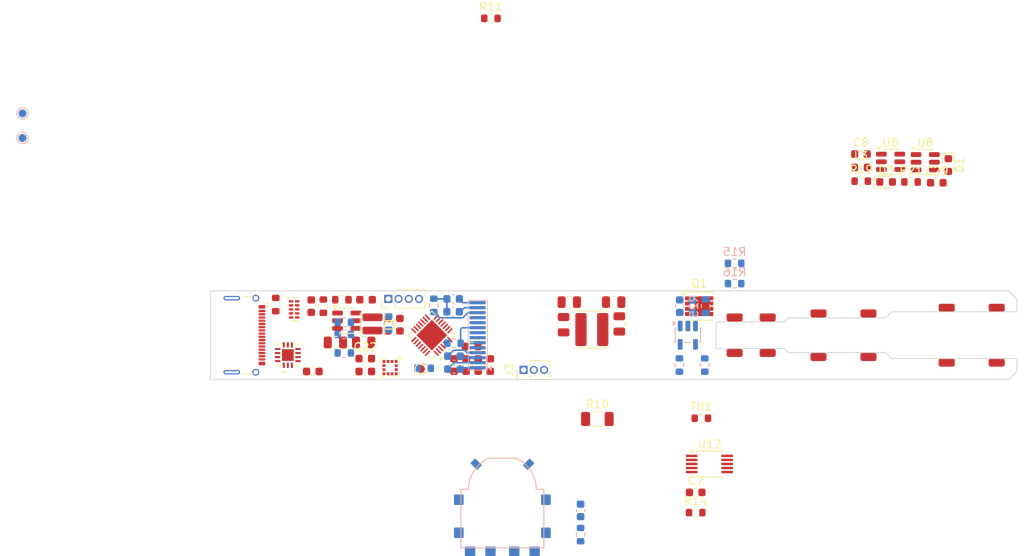
<source format=kicad_pcb>
(kicad_pcb
	(version 20241229)
	(generator "pcbnew")
	(generator_version "9.0")
	(general
		(thickness 1.6)
		(legacy_teardrops no)
	)
	(paper "A4")
	(layers
		(0 "F.Cu" signal)
		(4 "In1.Cu" signal)
		(6 "In2.Cu" signal)
		(2 "B.Cu" signal)
		(9 "F.Adhes" user "F.Adhesive")
		(11 "B.Adhes" user "B.Adhesive")
		(13 "F.Paste" user)
		(15 "B.Paste" user)
		(5 "F.SilkS" user "F.Silkscreen")
		(7 "B.SilkS" user "B.Silkscreen")
		(1 "F.Mask" user)
		(3 "B.Mask" user)
		(17 "Dwgs.User" user "User.Drawings")
		(19 "Cmts.User" user "User.Comments")
		(21 "Eco1.User" user "User.Eco1")
		(23 "Eco2.User" user "User.Eco2")
		(25 "Edge.Cuts" user)
		(27 "Margin" user)
		(31 "F.CrtYd" user "F.Courtyard")
		(29 "B.CrtYd" user "B.Courtyard")
		(35 "F.Fab" user)
		(33 "B.Fab" user)
		(39 "User.1" user)
		(41 "User.2" user)
		(43 "User.3" user)
		(45 "User.4" user)
	)
	(setup
		(stackup
			(layer "F.SilkS"
				(type "Top Silk Screen")
				(color "Black")
			)
			(layer "F.Paste"
				(type "Top Solder Paste")
			)
			(layer "F.Mask"
				(type "Top Solder Mask")
				(color "White")
				(thickness 0.01)
			)
			(layer "F.Cu"
				(type "copper")
				(thickness 0.035)
			)
			(layer "dielectric 1"
				(type "prepreg")
				(thickness 0.1)
				(material "FR4")
				(epsilon_r 4.5)
				(loss_tangent 0.02)
			)
			(layer "In1.Cu"
				(type "copper")
				(thickness 0.035)
			)
			(layer "dielectric 2"
				(type "core")
				(thickness 1.24)
				(material "FR4")
				(epsilon_r 4.5)
				(loss_tangent 0.02)
			)
			(layer "In2.Cu"
				(type "copper")
				(thickness 0.035)
			)
			(layer "dielectric 3"
				(type "prepreg")
				(thickness 0.1)
				(material "FR4")
				(epsilon_r 4.5)
				(loss_tangent 0.02)
			)
			(layer "B.Cu"
				(type "copper")
				(thickness 0.035)
			)
			(layer "B.Mask"
				(type "Bottom Solder Mask")
				(thickness 0.01)
			)
			(layer "B.Paste"
				(type "Bottom Solder Paste")
			)
			(layer "B.SilkS"
				(type "Bottom Silk Screen")
			)
			(copper_finish "None")
			(dielectric_constraints no)
		)
		(pad_to_mask_clearance 0)
		(allow_soldermask_bridges_in_footprints no)
		(tenting front back)
		(grid_origin 100.5 158.2)
		(pcbplotparams
			(layerselection 0x00000000_00000000_55555555_5755f5ff)
			(plot_on_all_layers_selection 0x00000000_00000000_00000000_00000000)
			(disableapertmacros no)
			(usegerberextensions no)
			(usegerberattributes yes)
			(usegerberadvancedattributes yes)
			(creategerberjobfile yes)
			(dashed_line_dash_ratio 12.000000)
			(dashed_line_gap_ratio 3.000000)
			(svgprecision 4)
			(plotframeref no)
			(mode 1)
			(useauxorigin no)
			(hpglpennumber 1)
			(hpglpenspeed 20)
			(hpglpendiameter 15.000000)
			(pdf_front_fp_property_popups yes)
			(pdf_back_fp_property_popups yes)
			(pdf_metadata yes)
			(pdf_single_document no)
			(dxfpolygonmode yes)
			(dxfimperialunits yes)
			(dxfusepcbnewfont yes)
			(psnegative no)
			(psa4output no)
			(plot_black_and_white yes)
			(sketchpadsonfab no)
			(plotpadnumbers no)
			(hidednponfab no)
			(sketchdnponfab yes)
			(crossoutdnponfab yes)
			(subtractmaskfromsilk no)
			(outputformat 1)
			(mirror no)
			(drillshape 1)
			(scaleselection 1)
			(outputdirectory "")
		)
	)
	(net 0 "")
	(net 1 "+3.3V")
	(net 2 "GND")
	(net 3 "VBUS")
	(net 4 "Net-(U4-SW)")
	(net 5 "Net-(U4-BST)")
	(net 6 "Net-(U4-FB)")
	(net 7 "/NRST")
	(net 8 "/ENC_B")
	(net 9 "unconnected-(U1-PB0-Pad14)")
	(net 10 "/TC_FB")
	(net 11 "/BOOTSEL")
	(net 12 "Net-(C27-Pad2)")
	(net 13 "/SCL")
	(net 14 "/DISP_NRST")
	(net 15 "/SDA")
	(net 16 "/ENC_A")
	(net 17 "/TIP_H")
	(net 18 "/SWDIO")
	(net 19 "/D-")
	(net 20 "/D+")
	(net 21 "/HEATER_ON")
	(net 22 "/TIP_K")
	(net 23 "/CC2")
	(net 24 "/CC1")
	(net 25 "/LED_RING")
	(net 26 "/ACC_INT1")
	(net 27 "/SWCLK")
	(net 28 "/INT_N")
	(net 29 "/ACC_INT2")
	(net 30 "Net-(J4-Pin_13)")
	(net 31 "Net-(J4-Pin_2)")
	(net 32 "Net-(J4-Pin_1)")
	(net 33 "Net-(J4-Pin_4)")
	(net 34 "Net-(J4-Pin_3)")
	(net 35 "Net-(J4-Pin_14)")
	(net 36 "Net-(U7--)")
	(net 37 "Net-(J1-SHIELD)")
	(net 38 "unconnected-(J4-Pin_6-Pad6)")
	(net 39 "Net-(J4-Pin_12)")
	(net 40 "Net-(U7-+)")
	(net 41 "unconnected-(U5-~{CS}-Pad10)")
	(net 42 "/JDP")
	(net 43 "/JDN")
	(net 44 "unconnected-(U3-NC-Pad6)")
	(net 45 "unconnected-(U3-NC-Pad10)")
	(net 46 "unconnected-(U3-NC-Pad7)")
	(net 47 "unconnected-(U3-NC-Pad9)")
	(net 48 "Net-(J4-Pin_9)")
	(net 49 "Net-(U1-VDDA)")
	(net 50 "/VDRIVE")
	(net 51 "/NTC")
	(net 52 "unconnected-(U1-PB3-Pad24)")
	(net 53 "unconnected-(U1-PB1-Pad15)")
	(net 54 "Net-(U12-Vin-)")
	(net 55 "unconnected-(U1-PA15-Pad23)")
	(net 56 "unconnected-(U11-Pad0)")
	(net 57 "unconnected-(U1-PA6-Pad12)")
	(net 58 "Net-(Q1-D)")
	(net 59 "Net-(D1-K)")
	(net 60 "Net-(U8-VS)")
	(net 61 "Net-(Q1-G)")
	(net 62 "unconnected-(U11-Pad0)_1")
	(net 63 "unconnected-(U11-Pad0)_2")
	(net 64 "unconnected-(U11-Pad0)_3")
	(net 65 "unconnected-(U11-Pad0)_4")
	(net 66 "unconnected-(U11-Pad0)_5")
	(net 67 "/INA_ALERT")
	(net 68 "unconnected-(U1-PA2-Pad8)")
	(net 69 "/VDRIVE_ON")
	(net 70 "Net-(D3-A)")
	(net 71 "Net-(U6-FB)")
	(net 72 "unconnected-(U6-NC-Pad6)")
	(footprint "Capacitor_SMD:C_0603_1608Metric" (layer "F.Cu") (at 160.675 172.19))
	(footprint "Connector_Wire:SolderWirePad_1x01_SMD_1x2mm" (layer "F.Cu") (at 169.6 150.5 90))
	(footprint "Capacitor_SMD:C_0603_1608Metric" (layer "F.Cu") (at 122.5 151.4 -90))
	(footprint "Inductor_SMD:L_0603_1608Metric" (layer "F.Cu") (at 181.1625 131.9))
	(footprint "Package_SON:USON-10_2.5x1.0mm_P0.5mm" (layer "F.Cu") (at 110.885 149.5))
	(footprint "Capacitor_SMD:C_0603_1608Metric" (layer "F.Cu") (at 181.1625 130.24))
	(footprint "Connector_Wire:SolderWirePad_1x01_SMD_1x2mm" (layer "F.Cu") (at 182.1 155.4 90))
	(footprint "Package_SON:VSON-8_3.3x3.3mm_P0.65mm_NexFET" (layer "F.Cu") (at 161.1 149.1))
	(footprint "Capacitor_SMD:C_0805_2012Metric" (layer "F.Cu") (at 151.2 151.3 90))
	(footprint "Connector_Wire:SolderWirePad_1x01_SMD_1x2mm" (layer "F.Cu") (at 198 156.1 90))
	(footprint "Capacitor_SMD:C_0603_1608Metric" (layer "F.Cu") (at 135.2 156.4 -90))
	(footprint "Inductor_SMD:L_Changjiang_FTC252012S" (layer "F.Cu") (at 120.6 151.3 -90))
	(footprint "Connector_Wire:SolderWirePad_1x01_SMD_1x2mm" (layer "F.Cu") (at 175.9 150 90))
	(footprint "Diode_SMD:D_0603_1608Metric" (layer "F.Cu") (at 184.2875 133.7))
	(footprint "Resistor_SMD:R_0603_1608Metric" (layer "F.Cu") (at 181.2 133.6))
	(footprint "Diode_SMD:D_0603_1608Metric" (layer "F.Cu") (at 192 131.6 -90))
	(footprint "Capacitor_SMD:C_0805_2012Metric" (layer "F.Cu") (at 150.5 148.6))
	(footprint "Connector_Wire:SolderWirePad_1x01_SMD_1x2mm" (layer "F.Cu") (at 191.8 156.1 90))
	(footprint "Capacitor_SMD:C_0603_1608Metric" (layer "F.Cu") (at 190.575 133.8))
	(footprint "Capacitor_SMD:C_0603_1608Metric" (layer "F.Cu") (at 132.2 156.4 -90))
	(footprint "Inductor_SMD:L_Changjiang_FTC404030S" (layer "F.Cu") (at 147.8 152))
	(footprint "Connector_Wire:SolderWirePad_1x01_SMD_1x2mm" (layer "F.Cu") (at 169.6 154.9 90))
	(footprint "Connector_USB:USB_C_Receptacle_G-Switch_GT-USB-7025" (layer "F.Cu") (at 103.439427 152.7 -90))
	(footprint "Connector_Wire:SolderWirePad_1x01_SMD_1x2mm" (layer "F.Cu") (at 165.5 150.5 90))
	(footprint "Resistor_SMD:R_0603_1608Metric" (layer "F.Cu") (at 114.5 149.1 90))
	(footprint "Connector_Wire:SolderWirePad_1x01_SMD_1x2mm" (layer "F.Cu") (at 165.5 154.9 90))
	(footprint "Capacitor_SMD:C_0603_1608Metric" (layer "F.Cu") (at 133.7 156.4 -90))
	(footprint "Resistor_SMD:R_0603_1608Metric" (layer "F.Cu") (at 160.675 174.7))
	(footprint "Capacitor_SMD:C_0805_2012Metric" (layer "F.Cu") (at 145 148.6 180))
	(footprint "Package_TO_SOT_SMD:SOT-23-6" (layer "F.Cu") (at 189.1375 131.25))
	(footprint "Capacitor_SMD:C_0603_1608Metric" (layer "F.Cu") (at 130.7 156.4 -90))
	(footprint "Connector_PinHeader_1.27mm:PinHeader_1x03_P1.27mm_Vertical" (layer "F.Cu") (at 139.33 157 90))
	(footprint "Capacitor_SMD:C_0805_2012Metric" (layer "F.Cu") (at 144.3 151.4 90))
	(footprint "Capacitor_SMD:C_0805_2012Metric" (layer "F.Cu") (at 119.5 153.6 180))
	(footprint "TestPoint:TestPoint_Pad_D1.0mm" (layer "F.Cu") (at 126.6 156.9))
	(footprint "Capacitor_SMD:C_0603_1608Metric" (layer "F.Cu") (at 113 149.1 90))
	(footprint "Package_TO_SOT_SMD:TSOT-23-6" (layer "F.Cu") (at 117.4 150.9))
	(footprint "Package_LGA:LGA-12_2x2mm_P0.5mm" (layer "F.Cu") (at 122.7775 156.7225 -90))
	(footprint "Package_DFN_QFN:WQFN-28-1EP_4x4mm_P0.4mm_EP2.7x2.7mm" (layer "F.Cu") (at 127.960831 152.7 135))
	(footprint "Connector_Wire:SolderWirePad_1x01_SMD_1x2mm" (layer "F.Cu") (at 198 149.3 90))
	(footprint "Connector_PinHeader_1.27mm:PinHeader_1x04_P1.27mm_Vertical" (layer "F.Cu") (at 122.56 148.2 90))
	(footprint "Connector_Wire:SolderWirePad_1x01_SMD_1x2mm" (layer "F.Cu") (at 175.9 155.4 90))
	(footprint "Capacitor_SMD:C_0603_1608Metric" (layer "F.Cu") (at 119.7 157.2 180))
	(footprint "Resistor_SMD:R_0603_1608Metric" (layer "F.Cu") (at 135.281359 113.413749))
	(footprint "Capacitor_SMD:C_0603_1608Metric" (layer "F.Cu") (at 124 151.4 -90))
	(footprint "Resistor_SMD:R_0603_1608Metric" (layer "F.Cu") (at 116.8 148.3))
	(footprint "Capacitor_SMD:C_0603_1608Metric" (layer "F.Cu") (at 113.2 157.2))
	(footprint "Connector_Wire:SolderWirePad_1x01_SMD_1x2mm" (layer "F.Cu") (at 182.1 150 90))
	(footprint "Capacitor_SMD:C_0603_1608Metric" (layer "F.Cu") (at 119.8 148.3 180))
	(footprint "Package_TO_SOT_SMD:SOT-23-6"
		(layer "F.Cu")
		(uuid "bccaaf0a-4d5e-44d3-af9d-6dc8df1ed313")
		(at 184.8375 131.2)
		(descr "SOT, 6 Pin (JEDEC MO-178 Var AB https://www.jedec.org/document_search?search_api_views_fulltext=MO-178), generated with kicad-footprint-generator ipc_gullwing_generator.py")
		(tags "SOT TO_SOT_SMD")
		(property "Reference" "U6"
			(at 0 -2.4 0)
			(layer "F.SilkS")
			(uuid "e9a56a0d-e83a-4e75-89da-ee32225fbbb0")
			(effects
				(font
					(size 1 1)
					(thickness 0.15)
				)
			)
		)
		(property "Value" "MT3608"
			(at 0 2.4 0)
			(layer "F.Fab")
			(uuid "1a7a9b70-5bf7-43a4-89ed-e95a5260c288")
			(effects
				(font
					(size 1 1)
					(thickness 0.15)
				)
			)
		)
		(property "Datasheet" "https://www.olimex.com/Products/Breadboarding/BB-PWR-3608/resources/MT3608.pdf"
			(at 0 0 0)
			(layer "F.Fab")
			(hide yes)
			(uuid "be8a99ad-5d4e-428f-8885-bd659bb687c2")
			(effects
				(font
					(size 1.27 1.27)
					(thickness 0.15)
				)
			)
		)
		(property "Description" "High Efficiency 1.2MHz 2A Step Up Converter, 2-24V Vin, 28V Vout, 4A current limit, 1.2MHz, SOT23-6"
			(at 0 0 0)
			(layer "F.Fab")
			(hide yes)
			(uuid "deb6a2c6-0ec7-4f9e-9492-f3a8c16cba46")
			(effects
				(font
					(size 1.27 1.27)
					(thickness 0.15)
				)
			)
		)
		(property ki_fp_filters "SOT*23*")
		(path "/49aa6b15-8638-4d75-b915-d798c1d84549")
		(sheetname "/")
		(sheetfile "usbc_soldering_iron.kicad_sch")
		(attr smd)
		(fp_line
			(start -0.91 -1.56)
			(end 0.91 -1.56)
			(stroke
				(width 0.12)
				(type solid)
			)
			(layer "F.SilkS")
			(uuid "eb50a7fe-f40b-490f-a941-1db63e073313")
		)
		(fp_line
			(start -0.91 -1.51)
			(end -0.91 -1.56)
			(stroke
				(width 0.12)
				(type solid)
			)
			(layer "F.SilkS")
			(uuid "36af720f-5a22-4748-bcac-8f8df590fc63")
		)
		(fp_line
			(start -0.91 1.56)
			(end -0.91 1.51)
			(stroke
				(width 0.12)
				(type solid)
			)
			(layer "F.SilkS")
			(uuid "5d750486-4884-4a0d-981b-bda6158d6486")
		)
		(fp_line
			(start 0.91 -1.56)
			(end 0.91 -1.51)
			(stroke
				(width 0.12)
				(type solid)
			)
			(layer "F.SilkS")
			(uuid "04a2d1b2-5b29-48c0-96ac-bb85e4843356")
		)
		(fp_line
			(start 0.91 1.51)
			(end 0.91 1.56)
			(stroke
				(width 0.12)
				(type solid)
			)
			(layer "F.SilkS")
			(uuid "f800641a-d557-44c1-b97d-72f2dbfb5175")
		)
		(fp_line
			(start 0.91 1.56)
			(end -0.91 1.56)
			(stroke
				(width 0.12)
				(type solid)
			)
			(layer "F.SilkS")
			(uuid "b4b302e8-0db4-47fc-b7c7-6e6ec30457b7")
		)
		(fp_poly
			(pts
				(xy -1.45 -1.51) (xy -1.69 -1.84) (xy -1.21 -1.84)
			)
			(stroke
				(width 0.12)
				(type solid)
			)
			(fill yes)
			(layer "F.SilkS")
			(uuid "ee439360-2e6c-4351-a7c2-5e28f103fef6")
		)
		(fp_line
			(start -2.05 -1.5)
			(end -1.05 -1.5)
			(stroke
				(width 0.05)
				(type solid)
			)
			(layer "F.CrtYd")
			(uuid "569af700-1b11-427c-ba77-9a012d2d9733")
		)
		(fp_line
			(start -2.05 1.5)
			(end -2.05 -1.5)
			(stroke
				(width 0.05)
				(type solid)
			)
			(layer "F.CrtYd")
			(uuid "5193a059-8946-4afc-80a9-a4ce685b1ebe")
		)
		(fp_line
			(start -1.05 -1.7)
			(end 1.05 -1.7)
			(stroke
				(width 0.05)
				(type solid)
			)
			(layer "F.CrtYd")
			(uuid "2516d9f4-5a0c-4889-a68b-69255157dc2d")
		)
		(fp_line
			(start -1.05 -1.5)
			(end -1.05 -1.7)
			(stroke
				(width 0.05)
				(type solid)
			)
			(layer "F.CrtYd")
			(uuid "32a58f07-f609-4d14-9f84-228605318ca9")
		)
		(fp_line
			(start -1.05 1.5)
			(end -2.05 1.5)
			(stroke
				(width 0.05)
				(type solid)
			)
			(layer "F.CrtYd")
			(uuid "6537681b-b338-4428-b319-55f5a6a7467d")
		)
		(fp_line
			(start -1.05 1.7)
			(end -1.05 1.5)
			(stroke
				(width 0.05)
				(type solid)
			)
			(layer "F.CrtYd")
			(uuid "a38450af-6237-4965-bf15-8be410a5a1ba")
		)
		(fp_line
			(start 1.05 -1.7)
			(end 1.05 -1.5)
			(stroke
				(width 0.05)
				(type solid)
			)
			(layer "F.CrtYd")
			(uuid "0d6eaa25-d16c-42fd-a772-fac79a538dcc")
		)
		(fp_line
			(start 1.05 -1.5)
			(end 2.05 -1.5)
			(stroke
				(width 0.05)
				(type solid)
			)
			(layer "F.CrtYd")
			(uuid "e7ce10ce-a923-4fee-9e03-3dbbacb322fb")
		)
		(fp_line
			(start 1.05 1.5)
			(end 1.05 1.7)
			(stroke
				(width 0.05)
				(type solid)
			)
			(layer "F.CrtYd")
			(uuid "bf91af69-fcb5-4ece-a4a5-70df3991a3a4")
		)
		(fp_line
			(start 1.05 1.7)
			(end -1.05 1.7)
			(stroke
				(width 0.05)
				(type solid)
			)
			(layer "F.CrtYd")
			(uuid "85a1baff-e297-4393-aced-43611a532190")
		)
		(fp_line
			(start 2.05 -1.5)
			(end 2.05 1.5)
			(stroke
				(width 0.05)
				(type solid)
			)
			(layer "F.CrtYd")
			(uuid "9ce0fd3b-5831-4dd3-8c38-ab38cf8ccebb")
		)
		(fp_line
			(start 2.05 1.5)
			(end 1.05 1.5)
			(stroke
				(width 0.05)
				(type solid)
			)
			(layer "F.CrtYd")
			(uuid "0ebc1398-0505-47ff-bd2c-1fcb496a9f97")
		)
		(fp_poly
			(pts
				(xy -0.4 -1.45) (xy 0.8 -1.45) (xy 0.8 1.45) (xy -0.8 1.45) (xy -0.8 -1.05)
			)
			(stroke
				(width 0.1)
				(type solid)
			)
			(fill no)
			(layer "F.Fab")
			(uuid "cd68d524-7a1b-4675-b143-ca74814d6b4e")
		)
		(fp_text user "${REFERENCE}"
			(at 0 0 90)
			(layer "F.Fab")
			(uuid "82794bec-5d45-4679-aa3f-9a09e5ee3f0c")
			(effects
				(font
					(size 0.72 0.72)
					(thickness 0.11)
				)
			)
		)
		(pad "1" smd roundrect
			(at -1.1375 -0.95)
			(size 1.325 0.6)
			(layers "F.Cu" "F.Mask" "F.Paste")
			(roundrect_rratio 0.25)
			(net 70 "Net-(D3-A)")
			(pinfunction "SW")
			(pintype "passive")
			(uuid "4089cc47-d445-46f6-a479-0570dfb79f51")
		)
		(pad "2" smd roundrect
			(at -1.1375 0)
			(size 1.325 0.6)
			(layers "F.Cu" "F.Mask" "F.Paste")
			(roundrect_rratio 0.25)
			(net 2 "GND")
			(pinfunction "GND")
			(pintype "power_in")
			(uuid "4a7be869-9312-4b88-b5fa-ca48afa6c773")
		)
		(pad "3" smd roundrect
			(at -1.1375 0.95)
			(size 1.325 0.6)
			(layers "F.Cu" "F.Mask" "F.Paste")
			(roundrect_rratio 0.25)
			(net 71 "Net-(U6-FB)")
			(pinfunction "FB")
			(pintype "input")
			(uuid "e9784fdc-7f66-4d2e-beec-985137e4791b")
		)
		(pad "4" smd roundrect
			(at 1.1375 0.95)
			(size 1.325 0.6)
			(layers "F.Cu" "F.Mask" "F.Paste")
			(roundrect_rratio 0.25)
			(net 69 "/VDRIVE_ON")
			(pinfunction "EN")
			(pintype "input")
			(uuid "13f2758a-8c48-4e7e-bb0f-732e31bdb355")
		)
		(pad "5" smd roundrect
			(at 1.1375 0)
			(size 1.325 0.6)
			(layers "F.Cu" "F.Mask" "F.Paste")
			(roundrect_rratio 0.25)
			(net 1 "+3.3V")
			(pinfunction "IN")
			(pintype "power_in")
			(uuid "d1bf85fc-40
... [162751 chars truncated]
</source>
